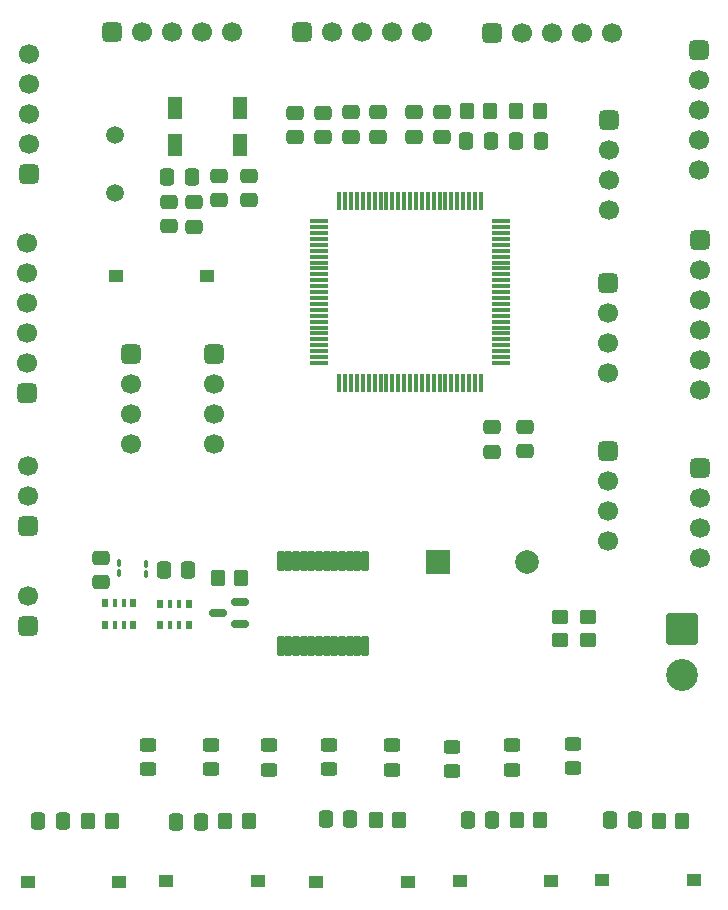
<source format=gts>
G04 #@! TF.GenerationSoftware,KiCad,Pcbnew,7.0.5*
G04 #@! TF.CreationDate,2023-10-23T19:09:39+07:00*
G04 #@! TF.ProjectId,STM32F407VGT6,53544d33-3246-4343-9037-564754362e6b,rev?*
G04 #@! TF.SameCoordinates,Original*
G04 #@! TF.FileFunction,Soldermask,Top*
G04 #@! TF.FilePolarity,Negative*
%FSLAX46Y46*%
G04 Gerber Fmt 4.6, Leading zero omitted, Abs format (unit mm)*
G04 Created by KiCad (PCBNEW 7.0.5) date 2023-10-23 19:09:39*
%MOMM*%
%LPD*%
G01*
G04 APERTURE LIST*
G04 Aperture macros list*
%AMRoundRect*
0 Rectangle with rounded corners*
0 $1 Rounding radius*
0 $2 $3 $4 $5 $6 $7 $8 $9 X,Y pos of 4 corners*
0 Add a 4 corners polygon primitive as box body*
4,1,4,$2,$3,$4,$5,$6,$7,$8,$9,$2,$3,0*
0 Add four circle primitives for the rounded corners*
1,1,$1+$1,$2,$3*
1,1,$1+$1,$4,$5*
1,1,$1+$1,$6,$7*
1,1,$1+$1,$8,$9*
0 Add four rect primitives between the rounded corners*
20,1,$1+$1,$2,$3,$4,$5,0*
20,1,$1+$1,$4,$5,$6,$7,0*
20,1,$1+$1,$6,$7,$8,$9,0*
20,1,$1+$1,$8,$9,$2,$3,0*%
G04 Aperture macros list end*
%ADD10RoundRect,0.250000X0.475000X-0.337500X0.475000X0.337500X-0.475000X0.337500X-0.475000X-0.337500X0*%
%ADD11RoundRect,0.425000X-0.425000X0.425000X-0.425000X-0.425000X0.425000X-0.425000X0.425000X0.425000X0*%
%ADD12C,1.700000*%
%ADD13RoundRect,0.250001X-1.099999X1.099999X-1.099999X-1.099999X1.099999X-1.099999X1.099999X1.099999X0*%
%ADD14C,2.700000*%
%ADD15RoundRect,0.250000X0.450000X-0.325000X0.450000X0.325000X-0.450000X0.325000X-0.450000X-0.325000X0*%
%ADD16RoundRect,0.100000X0.100000X-0.217500X0.100000X0.217500X-0.100000X0.217500X-0.100000X-0.217500X0*%
%ADD17RoundRect,0.250000X-0.450000X0.350000X-0.450000X-0.350000X0.450000X-0.350000X0.450000X0.350000X0*%
%ADD18R,0.500000X0.800000*%
%ADD19R,0.400000X0.800000*%
%ADD20RoundRect,0.425000X-0.425000X-0.425000X0.425000X-0.425000X0.425000X0.425000X-0.425000X0.425000X0*%
%ADD21RoundRect,0.250000X-0.475000X0.337500X-0.475000X-0.337500X0.475000X-0.337500X0.475000X0.337500X0*%
%ADD22RoundRect,0.250000X-0.337500X-0.475000X0.337500X-0.475000X0.337500X0.475000X-0.337500X0.475000X0*%
%ADD23R,1.250000X1.000000*%
%ADD24RoundRect,0.425000X0.425000X-0.425000X0.425000X0.425000X-0.425000X0.425000X-0.425000X-0.425000X0*%
%ADD25RoundRect,0.250000X0.350000X0.450000X-0.350000X0.450000X-0.350000X-0.450000X0.350000X-0.450000X0*%
%ADD26RoundRect,0.150000X0.587500X0.150000X-0.587500X0.150000X-0.587500X-0.150000X0.587500X-0.150000X0*%
%ADD27RoundRect,0.250000X0.337500X0.475000X-0.337500X0.475000X-0.337500X-0.475000X0.337500X-0.475000X0*%
%ADD28RoundRect,0.102000X-0.200000X-0.750000X0.200000X-0.750000X0.200000X0.750000X-0.200000X0.750000X0*%
%ADD29RoundRect,0.250000X-0.350000X-0.450000X0.350000X-0.450000X0.350000X0.450000X-0.350000X0.450000X0*%
%ADD30RoundRect,0.075000X-0.725000X-0.075000X0.725000X-0.075000X0.725000X0.075000X-0.725000X0.075000X0*%
%ADD31RoundRect,0.075000X-0.075000X-0.725000X0.075000X-0.725000X0.075000X0.725000X-0.075000X0.725000X0*%
%ADD32R,1.300000X1.900000*%
%ADD33C,1.500000*%
%ADD34RoundRect,0.100000X-0.100000X0.217500X-0.100000X-0.217500X0.100000X-0.217500X0.100000X0.217500X0*%
%ADD35R,2.000000X2.000000*%
%ADD36C,2.000000*%
G04 APERTURE END LIST*
D10*
X140270000Y-78197500D03*
X140270000Y-76122500D03*
D11*
X132810000Y-91250000D03*
D12*
X132810000Y-93790000D03*
X132810000Y-96330000D03*
X132810000Y-98870000D03*
D13*
X179460000Y-114452500D03*
D14*
X179460000Y-118412500D03*
D10*
X130306000Y-110521000D03*
X130306000Y-108446000D03*
D15*
X160040000Y-126510000D03*
X160040000Y-124460000D03*
D16*
X134116000Y-109837000D03*
X134116000Y-109022000D03*
D11*
X173340000Y-71420000D03*
D12*
X173340000Y-73960000D03*
X173340000Y-76500000D03*
X173340000Y-79040000D03*
D11*
X139879000Y-91250000D03*
D12*
X139879000Y-93790000D03*
X139879000Y-96330000D03*
X139879000Y-98870000D03*
D15*
X139600000Y-126340000D03*
X139600000Y-124290000D03*
D17*
X169150000Y-113460000D03*
X169150000Y-115460000D03*
D18*
X130640000Y-114130000D03*
D19*
X131440000Y-114130000D03*
X132240000Y-114130000D03*
D18*
X133040000Y-114130000D03*
X133040000Y-112330000D03*
D19*
X132240000Y-112330000D03*
X131440000Y-112330000D03*
D18*
X130640000Y-112330000D03*
D15*
X154940000Y-126400000D03*
X154940000Y-124350000D03*
X165080000Y-126400000D03*
X165080000Y-124350000D03*
D20*
X147350000Y-63940000D03*
D12*
X149890000Y-63940000D03*
X152430000Y-63940000D03*
X154970000Y-63940000D03*
X157510000Y-63940000D03*
D21*
X136040000Y-78335000D03*
X136040000Y-80410000D03*
D22*
X161339000Y-130656000D03*
X163414000Y-130656000D03*
D11*
X173230000Y-85240000D03*
D12*
X173230000Y-87780000D03*
X173230000Y-90320000D03*
X173230000Y-92860000D03*
D23*
X143545000Y-135850000D03*
X135795000Y-135850000D03*
D21*
X138180000Y-78355000D03*
X138180000Y-80430000D03*
D22*
X136685000Y-130800000D03*
X138760000Y-130800000D03*
D21*
X146700000Y-70782500D03*
X146700000Y-72857500D03*
X151450000Y-70745000D03*
X151450000Y-72820000D03*
X149100000Y-70785000D03*
X149100000Y-72860000D03*
X159130000Y-70750000D03*
X159130000Y-72825000D03*
D24*
X124080000Y-114270000D03*
D12*
X124080000Y-111730000D03*
D25*
X142820000Y-130750000D03*
X140820000Y-130750000D03*
D26*
X142051000Y-112176000D03*
X142051000Y-114076000D03*
X140176000Y-113126000D03*
D11*
X180939200Y-65510000D03*
D12*
X180939200Y-68050000D03*
X180939200Y-70590000D03*
X180939200Y-73130000D03*
X180939200Y-75670000D03*
D24*
X124155500Y-75962500D03*
D12*
X124155500Y-73422500D03*
X124155500Y-70882500D03*
X124155500Y-68342500D03*
X124155500Y-65802500D03*
D25*
X131197500Y-130720000D03*
X129197500Y-130720000D03*
D23*
X160675000Y-135850000D03*
X168425000Y-135850000D03*
D10*
X163390000Y-99465000D03*
X163390000Y-97390000D03*
D15*
X134260000Y-126380000D03*
X134260000Y-124330000D03*
X144480000Y-126400000D03*
X144480000Y-124350000D03*
D27*
X167545000Y-73180000D03*
X165470000Y-73180000D03*
D22*
X124980000Y-130750000D03*
X127055000Y-130750000D03*
D15*
X149630000Y-126340000D03*
X149630000Y-124290000D03*
X170230000Y-126290000D03*
X170230000Y-124240000D03*
D20*
X131230000Y-63940000D03*
D12*
X133770000Y-63940000D03*
X136310000Y-63940000D03*
X138850000Y-63940000D03*
X141390000Y-63940000D03*
D23*
X131535000Y-84620000D03*
X139285000Y-84620000D03*
X172730000Y-135780000D03*
X180480000Y-135780000D03*
D25*
X167478000Y-130656000D03*
X165478000Y-130656000D03*
D28*
X145510000Y-115955000D03*
X146160000Y-115955000D03*
X146810000Y-115955000D03*
X147460000Y-115955000D03*
X148110000Y-115955000D03*
X148760000Y-115955000D03*
X149410000Y-115955000D03*
X150060000Y-115955000D03*
X150710000Y-115955000D03*
X151360000Y-115955000D03*
X152010000Y-115955000D03*
X152660000Y-115955000D03*
X152660000Y-108705000D03*
X152010000Y-108705000D03*
X151360000Y-108705000D03*
X150710000Y-108705000D03*
X150060000Y-108705000D03*
X149410000Y-108705000D03*
X148760000Y-108705000D03*
X148110000Y-108705000D03*
X147460000Y-108705000D03*
X146810000Y-108705000D03*
X146160000Y-108705000D03*
X145510000Y-108705000D03*
D11*
X181040000Y-100840000D03*
D12*
X181040000Y-103380000D03*
X181040000Y-105920000D03*
X181040000Y-108460000D03*
D24*
X124060000Y-94540000D03*
D12*
X124060000Y-92000000D03*
X124060000Y-89460000D03*
X124060000Y-86920000D03*
X124060000Y-84380000D03*
X124060000Y-81840000D03*
D10*
X166160000Y-99435000D03*
X166160000Y-97360000D03*
D11*
X173230000Y-99440000D03*
D12*
X173230000Y-101980000D03*
X173230000Y-104520000D03*
X173230000Y-107060000D03*
D29*
X161270000Y-70650000D03*
X163270000Y-70650000D03*
D11*
X180979200Y-81580000D03*
D12*
X180979200Y-84120000D03*
X180979200Y-86660000D03*
X180979200Y-89200000D03*
X180979200Y-91740000D03*
X180979200Y-94280000D03*
D21*
X156780000Y-70720000D03*
X156780000Y-72795000D03*
D30*
X148785000Y-79970000D03*
X148785000Y-80470000D03*
X148785000Y-80970000D03*
X148785000Y-81470000D03*
X148785000Y-81970000D03*
X148785000Y-82470000D03*
X148785000Y-82970000D03*
X148785000Y-83470000D03*
X148785000Y-83970000D03*
X148785000Y-84470000D03*
X148785000Y-84970000D03*
X148785000Y-85470000D03*
X148785000Y-85970000D03*
X148785000Y-86470000D03*
X148785000Y-86970000D03*
X148785000Y-87470000D03*
X148785000Y-87970000D03*
X148785000Y-88470000D03*
X148785000Y-88970000D03*
X148785000Y-89470000D03*
X148785000Y-89970000D03*
X148785000Y-90470000D03*
X148785000Y-90970000D03*
X148785000Y-91470000D03*
X148785000Y-91970000D03*
D31*
X150460000Y-93645000D03*
X150960000Y-93645000D03*
X151460000Y-93645000D03*
X151960000Y-93645000D03*
X152460000Y-93645000D03*
X152960000Y-93645000D03*
X153460000Y-93645000D03*
X153960000Y-93645000D03*
X154460000Y-93645000D03*
X154960000Y-93645000D03*
X155460000Y-93645000D03*
X155960000Y-93645000D03*
X156460000Y-93645000D03*
X156960000Y-93645000D03*
X157460000Y-93645000D03*
X157960000Y-93645000D03*
X158460000Y-93645000D03*
X158960000Y-93645000D03*
X159460000Y-93645000D03*
X159960000Y-93645000D03*
X160460000Y-93645000D03*
X160960000Y-93645000D03*
X161460000Y-93645000D03*
X161960000Y-93645000D03*
X162460000Y-93645000D03*
D30*
X164135000Y-91970000D03*
X164135000Y-91470000D03*
X164135000Y-90970000D03*
X164135000Y-90470000D03*
X164135000Y-89970000D03*
X164135000Y-89470000D03*
X164135000Y-88970000D03*
X164135000Y-88470000D03*
X164135000Y-87970000D03*
X164135000Y-87470000D03*
X164135000Y-86970000D03*
X164135000Y-86470000D03*
X164135000Y-85970000D03*
X164135000Y-85470000D03*
X164135000Y-84970000D03*
X164135000Y-84470000D03*
X164135000Y-83970000D03*
X164135000Y-83470000D03*
X164135000Y-82970000D03*
X164135000Y-82470000D03*
X164135000Y-81970000D03*
X164135000Y-81470000D03*
X164135000Y-80970000D03*
X164135000Y-80470000D03*
X164135000Y-79970000D03*
D31*
X162460000Y-78295000D03*
X161960000Y-78295000D03*
X161460000Y-78295000D03*
X160960000Y-78295000D03*
X160460000Y-78295000D03*
X159960000Y-78295000D03*
X159460000Y-78295000D03*
X158960000Y-78295000D03*
X158460000Y-78295000D03*
X157960000Y-78295000D03*
X157460000Y-78295000D03*
X156960000Y-78295000D03*
X156460000Y-78295000D03*
X155960000Y-78295000D03*
X155460000Y-78295000D03*
X154960000Y-78295000D03*
X154460000Y-78295000D03*
X153960000Y-78295000D03*
X153460000Y-78295000D03*
X152960000Y-78295000D03*
X152460000Y-78295000D03*
X151960000Y-78295000D03*
X151460000Y-78295000D03*
X150960000Y-78295000D03*
X150460000Y-78295000D03*
D29*
X140176000Y-110216000D03*
X142176000Y-110216000D03*
D32*
X136590000Y-73550000D03*
X142090000Y-73550000D03*
X142090000Y-70350000D03*
X136590000Y-70350000D03*
D22*
X149341000Y-130622000D03*
X151416000Y-130622000D03*
D25*
X179520000Y-130720000D03*
X177520000Y-130720000D03*
D17*
X171550000Y-113450000D03*
X171550000Y-115450000D03*
D25*
X155540000Y-130656000D03*
X153540000Y-130656000D03*
D24*
X124100000Y-105760000D03*
D12*
X124100000Y-103220000D03*
X124100000Y-100680000D03*
D10*
X142800000Y-78185000D03*
X142800000Y-76110000D03*
D23*
X124110000Y-135920000D03*
X131860000Y-135920000D03*
D18*
X135330000Y-114140000D03*
D19*
X136130000Y-114140000D03*
X136930000Y-114140000D03*
D18*
X137730000Y-114140000D03*
X137730000Y-112340000D03*
D19*
X136930000Y-112340000D03*
X136130000Y-112340000D03*
D18*
X135330000Y-112340000D03*
D25*
X167460000Y-70630000D03*
X165460000Y-70630000D03*
D21*
X153770000Y-70720000D03*
X153770000Y-72795000D03*
D33*
X131440000Y-72677500D03*
X131440000Y-77557500D03*
D23*
X148505000Y-135950000D03*
X156255000Y-135950000D03*
D34*
X131830000Y-108919000D03*
X131830000Y-109734000D03*
D20*
X163400000Y-63990000D03*
D12*
X165940000Y-63990000D03*
X168480000Y-63990000D03*
X171020000Y-63990000D03*
X173560000Y-63990000D03*
D35*
X158786000Y-108856000D03*
D36*
X166386000Y-108856000D03*
D22*
X173425000Y-130700000D03*
X175500000Y-130700000D03*
D27*
X137970000Y-76260000D03*
X135895000Y-76260000D03*
X163280000Y-73170000D03*
X161205000Y-73170000D03*
D22*
X135597000Y-109505000D03*
X137672000Y-109505000D03*
M02*

</source>
